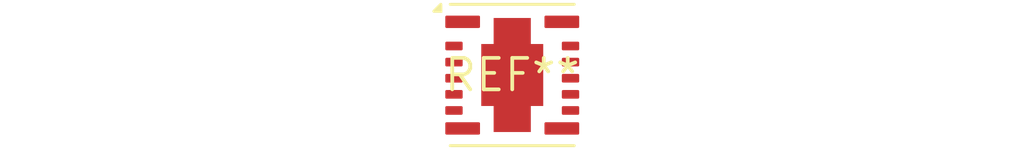
<source format=kicad_pcb>
(kicad_pcb (version 20240108) (generator pcbnew)
  (layers (0 "F.Cu" signal) (31 "B.Cu" signal) (34 "B.Paste" user) (35 "F.Paste" user) (36 "B.SilkS" user "B.Silkscreen") (37 "F.SilkS" user "F.Silkscreen") (38 "B.Mask" user) (39 "F.Mask" user) (44 "Edge.Cuts" user))
  (net 0 "")
  (footprint "Texas_B3QFN-14-1EP_5x5.5mm_P0.65mm" (layer "F.Cu") (at 0 0)
    (property "Reference" "REF**")
    (property "Value" "Texas_B3QFN-14-1EP_5x5.5mm_P0.65mm")
    (fp_line (start 2.5 -2.85) (end -2.5 -2.85) (layer "F.SilkS") (stroke (width 0.12)))
    (fp_line (start 2.5 2.85) (end -2.5 2.85) (layer "F.SilkS") (stroke (width 0.12)))
    (fp_poly (pts (xy -2.88 -2.57) (xy -3.16 -2.57) (xy -2.88 -2.85) (xy -2.88 -2.57)) (layer "F.SilkS") (stroke (width 0.12)) (fill solid))
    (pad "1" smd roundrect (at -2 -2.145) (size 1.4 0.5) (layers "F.Cu" "F.Paste" "F.Mask") (roundrect_rratio 0.1))
    (pad "2" smd roundrect (at -2.35 -1.17) (size 0.7 0.35) (layers "F.Cu" "F.Paste" "F.Mask") (roundrect_rratio 0.143))
    (pad "3" smd roundrect (at -2.35 -0.52) (size 0.7 0.35) (layers "F.Cu" "F.Paste" "F.Mask") (roundrect_rratio 0.143))
    (pad "4" smd roundrect (at -2.35 0.13) (size 0.7 0.35) (layers "F.Cu" "F.Paste" "F.Mask") (roundrect_rratio 0.143))
    (pad "5" smd roundrect (at -2.35 0.78) (size 0.7 0.35) (layers "F.Cu" "F.Paste" "F.Mask") (roundrect_rratio 0.143))
    (pad "6" smd roundrect (at -2.35 1.43) (size 0.7 0.35) (layers "F.Cu" "F.Paste" "F.Mask") (roundrect_rratio 0.143))
    (pad "7" smd roundrect (at -2 2.155) (size 1.4 0.5) (layers "F.Cu" "F.Paste" "F.Mask") (roundrect_rratio 0.1))
    (pad "8" smd roundrect (at 2 2.155) (size 1.4 0.5) (layers "F.Cu" "F.Paste" "F.Mask") (roundrect_rratio 0.1))
    (pad "9" smd roundrect (at 2.35 1.43) (size 0.7 0.35) (layers "F.Cu" "F.Paste" "F.Mask") (roundrect_rratio 0.143))
    (pad "10" smd roundrect (at 2.35 0.78) (size 0.7 0.35) (layers "F.Cu" "F.Paste" "F.Mask") (roundrect_rratio 0.143))
    (pad "11" smd roundrect (at 2.35 0.13) (size 0.7 0.35) (layers "F.Cu" "F.Paste" "F.Mask") (roundrect_rratio 0.143))
    (pad "12" smd roundrect (at 2.35 -0.52) (size 0.7 0.35) (layers "F.Cu" "F.Paste" "F.Mask") (roundrect_rratio 0.143))
    (pad "13" smd roundrect (at 2.35 -1.17) (size 0.7 0.35) (layers "F.Cu" "F.Paste" "F.Mask") (roundrect_rratio 0.143))
    (pad "14" smd roundrect (at 2 -2.145) (size 1.4 0.5) (layers "F.Cu" "F.Paste" "F.Mask") (roundrect_rratio 0.1))
    (pad "15" smd custom (at 0 0) (size 2.5 2.5) (layers "F.Cu" "F.Paste" "F.Mask") (options (clearance outline) (anchor rect)) (primitives (gr_poly (pts (xy 0.75 -1.25) (xy -0.75 -1.25) (xy -0.75 -2.3) (xy 0.75 -2.3)) (width 0) (fill yes)) (gr_poly (pts (xy 0.75 2.3) (xy -0.75 2.3) (xy -0.75 1.25) (xy 0.75 1.25)) (width 0) (fill yes))))
  )
)
</source>
